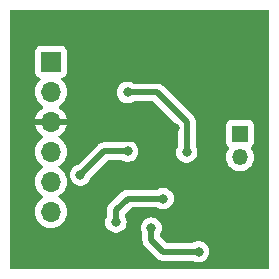
<source format=gbl>
%TF.GenerationSoftware,KiCad,Pcbnew,7.0.9*%
%TF.CreationDate,2024-04-03T22:09:18+09:00*%
%TF.ProjectId,max31855,6d617833-3138-4353-952e-6b696361645f,rev?*%
%TF.SameCoordinates,Original*%
%TF.FileFunction,Copper,L2,Bot*%
%TF.FilePolarity,Positive*%
%FSLAX46Y46*%
G04 Gerber Fmt 4.6, Leading zero omitted, Abs format (unit mm)*
G04 Created by KiCad (PCBNEW 7.0.9) date 2024-04-03 22:09:18*
%MOMM*%
%LPD*%
G01*
G04 APERTURE LIST*
%TA.AperFunction,ComponentPad*%
%ADD10R,1.350000X1.350000*%
%TD*%
%TA.AperFunction,ComponentPad*%
%ADD11O,1.350000X1.350000*%
%TD*%
%TA.AperFunction,ComponentPad*%
%ADD12R,1.700000X1.700000*%
%TD*%
%TA.AperFunction,ComponentPad*%
%ADD13O,1.700000X1.700000*%
%TD*%
%TA.AperFunction,ViaPad*%
%ADD14C,0.800000*%
%TD*%
%TA.AperFunction,Conductor*%
%ADD15C,0.500000*%
%TD*%
G04 APERTURE END LIST*
D10*
%TO.P,J2,1,Pin_1*%
%TO.N,Net-(J2-Pin_1)*%
X130000000Y-110500000D03*
D11*
%TO.P,J2,2,Pin_2*%
%TO.N,Net-(J2-Pin_2)*%
X130000000Y-112500000D03*
%TD*%
D12*
%TO.P,J1,1,Pin_1*%
%TO.N,+5V*%
X114000000Y-104420000D03*
D13*
%TO.P,J1,2,Pin_2*%
%TO.N,+3.3V*%
X114000000Y-106960000D03*
%TO.P,J1,3,Pin_3*%
%TO.N,GND*%
X114000000Y-109500000D03*
%TO.P,J1,4,Pin_4*%
%TO.N,Net-(J1-Pin_4)*%
X114000000Y-112040000D03*
%TO.P,J1,5,Pin_5*%
%TO.N,Net-(D1-K)*%
X114000000Y-114580000D03*
%TO.P,J1,6,Pin_6*%
%TO.N,Net-(D2-K)*%
X114000000Y-117120000D03*
%TD*%
D14*
%TO.N,GND*%
X124500000Y-110000000D03*
X117000000Y-111000000D03*
%TO.N,Net-(J1-Pin_4)*%
X120500000Y-112000000D03*
X116500000Y-114000000D03*
%TO.N,Net-(D1-A)*%
X119500000Y-118000000D03*
X123500000Y-116000000D03*
%TO.N,Net-(D2-A)*%
X122500000Y-118500000D03*
X126500000Y-120500000D03*
%TO.N,Net-(U1-T+)*%
X125500000Y-112074500D03*
X120483512Y-107016488D03*
%TD*%
D15*
%TO.N,GND*%
X123500000Y-111000000D02*
X117000000Y-111000000D01*
X124500000Y-110000000D02*
X123500000Y-111000000D01*
%TO.N,Net-(J1-Pin_4)*%
X118500000Y-112000000D02*
X120500000Y-112000000D01*
X116500000Y-114000000D02*
X118500000Y-112000000D01*
%TO.N,Net-(D1-A)*%
X120500000Y-116000000D02*
X119500000Y-117000000D01*
X119500000Y-117000000D02*
X119500000Y-118000000D01*
X123500000Y-116000000D02*
X120500000Y-116000000D01*
%TO.N,Net-(D2-A)*%
X122500000Y-119500000D02*
X122500000Y-118500000D01*
X123500000Y-120500000D02*
X122500000Y-119500000D01*
X126500000Y-120500000D02*
X123500000Y-120500000D01*
%TO.N,Net-(U1-T+)*%
X125500000Y-109500000D02*
X125500000Y-112074500D01*
X123016488Y-107016488D02*
X125500000Y-109500000D01*
X120483512Y-107016488D02*
X123016488Y-107016488D01*
%TD*%
%TA.AperFunction,Conductor*%
%TO.N,GND*%
G36*
X132442539Y-100020185D02*
G01*
X132488294Y-100072989D01*
X132499500Y-100124500D01*
X132499500Y-121875500D01*
X132479815Y-121942539D01*
X132427011Y-121988294D01*
X132375500Y-121999500D01*
X110624500Y-121999500D01*
X110557461Y-121979815D01*
X110511706Y-121927011D01*
X110500500Y-121875500D01*
X110500500Y-117120000D01*
X112644341Y-117120000D01*
X112664936Y-117355403D01*
X112664938Y-117355413D01*
X112726094Y-117583655D01*
X112726096Y-117583659D01*
X112726097Y-117583663D01*
X112825965Y-117797830D01*
X112825967Y-117797834D01*
X112846468Y-117827112D01*
X112961505Y-117991401D01*
X113128599Y-118158495D01*
X113225384Y-118226265D01*
X113322165Y-118294032D01*
X113322167Y-118294033D01*
X113322170Y-118294035D01*
X113536337Y-118393903D01*
X113764592Y-118455063D01*
X113952918Y-118471539D01*
X113999999Y-118475659D01*
X114000000Y-118475659D01*
X114000001Y-118475659D01*
X114039234Y-118472226D01*
X114235408Y-118455063D01*
X114463663Y-118393903D01*
X114677830Y-118294035D01*
X114871401Y-118158495D01*
X115029896Y-118000000D01*
X118594540Y-118000000D01*
X118614326Y-118188256D01*
X118614327Y-118188259D01*
X118672818Y-118368277D01*
X118672821Y-118368284D01*
X118767467Y-118532216D01*
X118894129Y-118672888D01*
X119047265Y-118784148D01*
X119047270Y-118784151D01*
X119220192Y-118861142D01*
X119220197Y-118861144D01*
X119405354Y-118900500D01*
X119405355Y-118900500D01*
X119594644Y-118900500D01*
X119594646Y-118900500D01*
X119779803Y-118861144D01*
X119952730Y-118784151D01*
X120105871Y-118672888D01*
X120232533Y-118532216D01*
X120251133Y-118500000D01*
X121594540Y-118500000D01*
X121614326Y-118688256D01*
X121614327Y-118688259D01*
X121672818Y-118868277D01*
X121672821Y-118868284D01*
X121732887Y-118972321D01*
X121749500Y-119034321D01*
X121749500Y-119436294D01*
X121748191Y-119454263D01*
X121744710Y-119478025D01*
X121749264Y-119530064D01*
X121749500Y-119535470D01*
X121749500Y-119543709D01*
X121753306Y-119576274D01*
X121760000Y-119652791D01*
X121761461Y-119659867D01*
X121761403Y-119659878D01*
X121763034Y-119667237D01*
X121763092Y-119667224D01*
X121764757Y-119674250D01*
X121791025Y-119746424D01*
X121815185Y-119819331D01*
X121818236Y-119825874D01*
X121818182Y-119825898D01*
X121821470Y-119832688D01*
X121821521Y-119832663D01*
X121824761Y-119839113D01*
X121824762Y-119839114D01*
X121824763Y-119839117D01*
X121866965Y-119903283D01*
X121907287Y-119968655D01*
X121911766Y-119974319D01*
X121911719Y-119974355D01*
X121916483Y-119980202D01*
X121916529Y-119980164D01*
X121921167Y-119985692D01*
X121921170Y-119985696D01*
X121921173Y-119985698D01*
X121921174Y-119985700D01*
X121977019Y-120038386D01*
X122924269Y-120985637D01*
X122936049Y-120999268D01*
X122950389Y-121018530D01*
X122950391Y-121018532D01*
X122990409Y-121052110D01*
X122994399Y-121055766D01*
X123000227Y-121061594D01*
X123025947Y-121081931D01*
X123084788Y-121131304D01*
X123090818Y-121135270D01*
X123090785Y-121135319D01*
X123097143Y-121139369D01*
X123097175Y-121139319D01*
X123103320Y-121143109D01*
X123103323Y-121143111D01*
X123172936Y-121175572D01*
X123241567Y-121210040D01*
X123241572Y-121210041D01*
X123248361Y-121212513D01*
X123248340Y-121212570D01*
X123255455Y-121215043D01*
X123255475Y-121214986D01*
X123262330Y-121217258D01*
X123337558Y-121232790D01*
X123412279Y-121250500D01*
X123412289Y-121250500D01*
X123419452Y-121251338D01*
X123419444Y-121251397D01*
X123426945Y-121252164D01*
X123426951Y-121252105D01*
X123434140Y-121252734D01*
X123434144Y-121252733D01*
X123434145Y-121252734D01*
X123510918Y-121250500D01*
X125960663Y-121250500D01*
X126027702Y-121270185D01*
X126033548Y-121274182D01*
X126047265Y-121284148D01*
X126047270Y-121284151D01*
X126220192Y-121361142D01*
X126220197Y-121361144D01*
X126405354Y-121400500D01*
X126405355Y-121400500D01*
X126594644Y-121400500D01*
X126594646Y-121400500D01*
X126779803Y-121361144D01*
X126952730Y-121284151D01*
X127105871Y-121172888D01*
X127232533Y-121032216D01*
X127327179Y-120868284D01*
X127385674Y-120688256D01*
X127405460Y-120500000D01*
X127385674Y-120311744D01*
X127327179Y-120131716D01*
X127232533Y-119967784D01*
X127105871Y-119827112D01*
X127104167Y-119825874D01*
X126952734Y-119715851D01*
X126952729Y-119715848D01*
X126779807Y-119638857D01*
X126779802Y-119638855D01*
X126634001Y-119607865D01*
X126594646Y-119599500D01*
X126405354Y-119599500D01*
X126372897Y-119606398D01*
X126220197Y-119638855D01*
X126220192Y-119638857D01*
X126047270Y-119715848D01*
X126047265Y-119715851D01*
X126033548Y-119725818D01*
X125967742Y-119749298D01*
X125960663Y-119749500D01*
X123862229Y-119749500D01*
X123795190Y-119729815D01*
X123774548Y-119713181D01*
X123286819Y-119225451D01*
X123253334Y-119164128D01*
X123250500Y-119137770D01*
X123250500Y-119034321D01*
X123267113Y-118972321D01*
X123327179Y-118868284D01*
X123385674Y-118688256D01*
X123405460Y-118500000D01*
X123385674Y-118311744D01*
X123327179Y-118131716D01*
X123232533Y-117967784D01*
X123105871Y-117827112D01*
X123084719Y-117811744D01*
X122952734Y-117715851D01*
X122952729Y-117715848D01*
X122779807Y-117638857D01*
X122779802Y-117638855D01*
X122634001Y-117607865D01*
X122594646Y-117599500D01*
X122405354Y-117599500D01*
X122372897Y-117606398D01*
X122220197Y-117638855D01*
X122220192Y-117638857D01*
X122047270Y-117715848D01*
X122047265Y-117715851D01*
X121894129Y-117827111D01*
X121767466Y-117967785D01*
X121672821Y-118131715D01*
X121672818Y-118131722D01*
X121620081Y-118294032D01*
X121614326Y-118311744D01*
X121594540Y-118500000D01*
X120251133Y-118500000D01*
X120327179Y-118368284D01*
X120385674Y-118188256D01*
X120405460Y-118000000D01*
X120385674Y-117811744D01*
X120327179Y-117631716D01*
X120308579Y-117599500D01*
X120267113Y-117527677D01*
X120250500Y-117465677D01*
X120250500Y-117362229D01*
X120270185Y-117295190D01*
X120286819Y-117274548D01*
X120774548Y-116786819D01*
X120835871Y-116753334D01*
X120862229Y-116750500D01*
X122960663Y-116750500D01*
X123027702Y-116770185D01*
X123033548Y-116774182D01*
X123047265Y-116784148D01*
X123047270Y-116784151D01*
X123220192Y-116861142D01*
X123220197Y-116861144D01*
X123405354Y-116900500D01*
X123405355Y-116900500D01*
X123594644Y-116900500D01*
X123594646Y-116900500D01*
X123779803Y-116861144D01*
X123952730Y-116784151D01*
X124105871Y-116672888D01*
X124232533Y-116532216D01*
X124327179Y-116368284D01*
X124385674Y-116188256D01*
X124405460Y-116000000D01*
X124385674Y-115811744D01*
X124327179Y-115631716D01*
X124232533Y-115467784D01*
X124105871Y-115327112D01*
X124105870Y-115327111D01*
X123952734Y-115215851D01*
X123952729Y-115215848D01*
X123779807Y-115138857D01*
X123779802Y-115138855D01*
X123634001Y-115107865D01*
X123594646Y-115099500D01*
X123405354Y-115099500D01*
X123372897Y-115106398D01*
X123220197Y-115138855D01*
X123220192Y-115138857D01*
X123047270Y-115215848D01*
X123047265Y-115215851D01*
X123033548Y-115225818D01*
X122967742Y-115249298D01*
X122960663Y-115249500D01*
X120563705Y-115249500D01*
X120545735Y-115248191D01*
X120521972Y-115244710D01*
X120476533Y-115248686D01*
X120469931Y-115249264D01*
X120464530Y-115249500D01*
X120456289Y-115249500D01*
X120434579Y-115252037D01*
X120423724Y-115253306D01*
X120408419Y-115254645D01*
X120347199Y-115260001D01*
X120340132Y-115261460D01*
X120340120Y-115261404D01*
X120332763Y-115263035D01*
X120332777Y-115263092D01*
X120325743Y-115264759D01*
X120253575Y-115291025D01*
X120180675Y-115315181D01*
X120174126Y-115318236D01*
X120174101Y-115318183D01*
X120167308Y-115321471D01*
X120167334Y-115321523D01*
X120160880Y-115324764D01*
X120096708Y-115366971D01*
X120031347Y-115407285D01*
X120025683Y-115411765D01*
X120025647Y-115411719D01*
X120019798Y-115416484D01*
X120019835Y-115416528D01*
X120014310Y-115421164D01*
X119961598Y-115477034D01*
X119014358Y-116424272D01*
X119000729Y-116436051D01*
X118981468Y-116450390D01*
X118947898Y-116490397D01*
X118944253Y-116494376D01*
X118938409Y-116500222D01*
X118918059Y-116525959D01*
X118868695Y-116584789D01*
X118864729Y-116590819D01*
X118864682Y-116590788D01*
X118860630Y-116597147D01*
X118860679Y-116597177D01*
X118856889Y-116603321D01*
X118824424Y-116672941D01*
X118789960Y-116741566D01*
X118787488Y-116748357D01*
X118787432Y-116748336D01*
X118784960Y-116755450D01*
X118785015Y-116755469D01*
X118782742Y-116762327D01*
X118774975Y-116799946D01*
X118767207Y-116837565D01*
X118761619Y-116861144D01*
X118749498Y-116912286D01*
X118748661Y-116919454D01*
X118748601Y-116919447D01*
X118747835Y-116926945D01*
X118747895Y-116926951D01*
X118747265Y-116934140D01*
X118749500Y-117010916D01*
X118749500Y-117465677D01*
X118732887Y-117527677D01*
X118672821Y-117631714D01*
X118614327Y-117811740D01*
X118614326Y-117811744D01*
X118594540Y-118000000D01*
X115029896Y-118000000D01*
X115038495Y-117991401D01*
X115174035Y-117797830D01*
X115273903Y-117583663D01*
X115335063Y-117355408D01*
X115355659Y-117120000D01*
X115335063Y-116884592D01*
X115273903Y-116656337D01*
X115174035Y-116442171D01*
X115165975Y-116430659D01*
X115038494Y-116248597D01*
X114871402Y-116081506D01*
X114871396Y-116081501D01*
X114685842Y-115951575D01*
X114642217Y-115896998D01*
X114635023Y-115827500D01*
X114666546Y-115765145D01*
X114685842Y-115748425D01*
X114708026Y-115732891D01*
X114871401Y-115618495D01*
X115038495Y-115451401D01*
X115174035Y-115257830D01*
X115273903Y-115043663D01*
X115335063Y-114815408D01*
X115355659Y-114580000D01*
X115335063Y-114344592D01*
X115273903Y-114116337D01*
X115219654Y-114000000D01*
X115594540Y-114000000D01*
X115614326Y-114188256D01*
X115614327Y-114188259D01*
X115672818Y-114368277D01*
X115672821Y-114368284D01*
X115767467Y-114532216D01*
X115894129Y-114672888D01*
X116047265Y-114784148D01*
X116047270Y-114784151D01*
X116220192Y-114861142D01*
X116220197Y-114861144D01*
X116405354Y-114900500D01*
X116405355Y-114900500D01*
X116594644Y-114900500D01*
X116594646Y-114900500D01*
X116779803Y-114861144D01*
X116952730Y-114784151D01*
X117105871Y-114672888D01*
X117232533Y-114532216D01*
X117327179Y-114368284D01*
X117382522Y-114197955D01*
X117412769Y-114148597D01*
X118774548Y-112786819D01*
X118835871Y-112753334D01*
X118862229Y-112750500D01*
X119960663Y-112750500D01*
X120027702Y-112770185D01*
X120033548Y-112774182D01*
X120047265Y-112784148D01*
X120047270Y-112784151D01*
X120220192Y-112861142D01*
X120220197Y-112861144D01*
X120405354Y-112900500D01*
X120405355Y-112900500D01*
X120594644Y-112900500D01*
X120594646Y-112900500D01*
X120779803Y-112861144D01*
X120952730Y-112784151D01*
X121105871Y-112672888D01*
X121232533Y-112532216D01*
X121327179Y-112368284D01*
X121385674Y-112188256D01*
X121405460Y-112000000D01*
X121385674Y-111811744D01*
X121327179Y-111631716D01*
X121232533Y-111467784D01*
X121105871Y-111327112D01*
X121102638Y-111324763D01*
X120952734Y-111215851D01*
X120952729Y-111215848D01*
X120779807Y-111138857D01*
X120779802Y-111138855D01*
X120634001Y-111107865D01*
X120594646Y-111099500D01*
X120405354Y-111099500D01*
X120372897Y-111106398D01*
X120220197Y-111138855D01*
X120220192Y-111138857D01*
X120047270Y-111215848D01*
X120047265Y-111215851D01*
X120033548Y-111225818D01*
X119967742Y-111249298D01*
X119960663Y-111249500D01*
X118563705Y-111249500D01*
X118545735Y-111248191D01*
X118521972Y-111244710D01*
X118476890Y-111248655D01*
X118469933Y-111249264D01*
X118464532Y-111249500D01*
X118456287Y-111249500D01*
X118430222Y-111252546D01*
X118423705Y-111253308D01*
X118418403Y-111253771D01*
X118347201Y-111260001D01*
X118340134Y-111261461D01*
X118340122Y-111261404D01*
X118332753Y-111263038D01*
X118332767Y-111263095D01*
X118325739Y-111264760D01*
X118270536Y-111284852D01*
X118253563Y-111291030D01*
X118180666Y-111315186D01*
X118180664Y-111315186D01*
X118180661Y-111315188D01*
X118174122Y-111318237D01*
X118174097Y-111318185D01*
X118167308Y-111321471D01*
X118167334Y-111321522D01*
X118160884Y-111324761D01*
X118096716Y-111366964D01*
X118031347Y-111407285D01*
X118025677Y-111411769D01*
X118025641Y-111411723D01*
X118019798Y-111416484D01*
X118019835Y-111416528D01*
X118014310Y-111421164D01*
X117961614Y-111477017D01*
X116347228Y-113091402D01*
X116285905Y-113124887D01*
X116285329Y-113125011D01*
X116220196Y-113138856D01*
X116220192Y-113138857D01*
X116047270Y-113215848D01*
X116047265Y-113215851D01*
X115894129Y-113327111D01*
X115767466Y-113467785D01*
X115672821Y-113631715D01*
X115672818Y-113631722D01*
X115614327Y-113811740D01*
X115614326Y-113811744D01*
X115594540Y-114000000D01*
X115219654Y-114000000D01*
X115174035Y-113902171D01*
X115038495Y-113708599D01*
X115038494Y-113708597D01*
X114871402Y-113541506D01*
X114871396Y-113541501D01*
X114685842Y-113411575D01*
X114642217Y-113356998D01*
X114635023Y-113287500D01*
X114666546Y-113225145D01*
X114685842Y-113208425D01*
X114785195Y-113138857D01*
X114871401Y-113078495D01*
X115038495Y-112911401D01*
X115174035Y-112717830D01*
X115273903Y-112503663D01*
X115335063Y-112275408D01*
X115355659Y-112040000D01*
X115335063Y-111804592D01*
X115273903Y-111576337D01*
X115174035Y-111362171D01*
X115147841Y-111324761D01*
X115038494Y-111168597D01*
X114871402Y-111001506D01*
X114871401Y-111001505D01*
X114685405Y-110871269D01*
X114641781Y-110816692D01*
X114634588Y-110747193D01*
X114666110Y-110684839D01*
X114685405Y-110668119D01*
X114871082Y-110538105D01*
X115038105Y-110371082D01*
X115173600Y-110177578D01*
X115273429Y-109963492D01*
X115273432Y-109963486D01*
X115330636Y-109750000D01*
X114433686Y-109750000D01*
X114459493Y-109709844D01*
X114500000Y-109571889D01*
X114500000Y-109428111D01*
X114459493Y-109290156D01*
X114433686Y-109250000D01*
X115330636Y-109250000D01*
X115330635Y-109249999D01*
X115273432Y-109036513D01*
X115273429Y-109036507D01*
X115173600Y-108822422D01*
X115173599Y-108822420D01*
X115038113Y-108628926D01*
X115038108Y-108628920D01*
X114871078Y-108461890D01*
X114685405Y-108331879D01*
X114641780Y-108277302D01*
X114634588Y-108207804D01*
X114666110Y-108145449D01*
X114685406Y-108128730D01*
X114871401Y-107998495D01*
X115038495Y-107831401D01*
X115174035Y-107637830D01*
X115273903Y-107423663D01*
X115335063Y-107195408D01*
X115350717Y-107016488D01*
X119578052Y-107016488D01*
X119597838Y-107204744D01*
X119597839Y-107204747D01*
X119656330Y-107384765D01*
X119656333Y-107384772D01*
X119750979Y-107548704D01*
X119877641Y-107689376D01*
X120030777Y-107800636D01*
X120030782Y-107800639D01*
X120203704Y-107877630D01*
X120203709Y-107877632D01*
X120388866Y-107916988D01*
X120388867Y-107916988D01*
X120578156Y-107916988D01*
X120578158Y-107916988D01*
X120763315Y-107877632D01*
X120936242Y-107800639D01*
X120938288Y-107799152D01*
X120949964Y-107790670D01*
X121015770Y-107767190D01*
X121022849Y-107766988D01*
X122654258Y-107766988D01*
X122721297Y-107786673D01*
X122741939Y-107803307D01*
X124713181Y-109774548D01*
X124746666Y-109835871D01*
X124749500Y-109862229D01*
X124749500Y-111540177D01*
X124732887Y-111602177D01*
X124672821Y-111706214D01*
X124616833Y-111878527D01*
X124614326Y-111886244D01*
X124594540Y-112074500D01*
X124614326Y-112262756D01*
X124614327Y-112262759D01*
X124672818Y-112442777D01*
X124672821Y-112442784D01*
X124767467Y-112606716D01*
X124894129Y-112747388D01*
X125047265Y-112858648D01*
X125047270Y-112858651D01*
X125220192Y-112935642D01*
X125220197Y-112935644D01*
X125405354Y-112975000D01*
X125405355Y-112975000D01*
X125594644Y-112975000D01*
X125594646Y-112975000D01*
X125779803Y-112935644D01*
X125952730Y-112858651D01*
X126105871Y-112747388D01*
X126232533Y-112606716D01*
X126294145Y-112500000D01*
X128819464Y-112500000D01*
X128839564Y-112716918D01*
X128839564Y-112716920D01*
X128839565Y-112716923D01*
X128891797Y-112900500D01*
X128899184Y-112926462D01*
X128974887Y-113078493D01*
X128996288Y-113121472D01*
X129127573Y-113295322D01*
X129288568Y-113442088D01*
X129288575Y-113442092D01*
X129288576Y-113442093D01*
X129473786Y-113556770D01*
X129473792Y-113556773D01*
X129496664Y-113565633D01*
X129676931Y-113635470D01*
X129891074Y-113675500D01*
X129891076Y-113675500D01*
X130108924Y-113675500D01*
X130108926Y-113675500D01*
X130323069Y-113635470D01*
X130526210Y-113556772D01*
X130711432Y-113442088D01*
X130872427Y-113295322D01*
X131003712Y-113121472D01*
X131100817Y-112926459D01*
X131160435Y-112716923D01*
X131180536Y-112500000D01*
X131160435Y-112283077D01*
X131100817Y-112073541D01*
X131003712Y-111878528D01*
X130922251Y-111770656D01*
X130897560Y-111705297D01*
X130912125Y-111636962D01*
X130946895Y-111596665D01*
X131022352Y-111540177D01*
X131032546Y-111532546D01*
X131118796Y-111417331D01*
X131169091Y-111282483D01*
X131175500Y-111222873D01*
X131175499Y-109777128D01*
X131169091Y-109717517D01*
X131166229Y-109709844D01*
X131118797Y-109582671D01*
X131118793Y-109582664D01*
X131032547Y-109467455D01*
X131032544Y-109467452D01*
X130917335Y-109381206D01*
X130917328Y-109381202D01*
X130782482Y-109330908D01*
X130782483Y-109330908D01*
X130722883Y-109324501D01*
X130722881Y-109324500D01*
X130722873Y-109324500D01*
X130722864Y-109324500D01*
X129277129Y-109324500D01*
X129277123Y-109324501D01*
X129217516Y-109330908D01*
X129082671Y-109381202D01*
X129082664Y-109381206D01*
X128967455Y-109467452D01*
X128967452Y-109467455D01*
X128881206Y-109582664D01*
X128881202Y-109582671D01*
X128830908Y-109717517D01*
X128824777Y-109774548D01*
X128824501Y-109777123D01*
X128824500Y-109777135D01*
X128824500Y-111222870D01*
X128824501Y-111222876D01*
X128830908Y-111282483D01*
X128881202Y-111417328D01*
X128881206Y-111417335D01*
X128925885Y-111477017D01*
X128967454Y-111532546D01*
X129053105Y-111596664D01*
X129094975Y-111652597D01*
X129099959Y-111722289D01*
X129077748Y-111770656D01*
X128996288Y-111878528D01*
X128899184Y-112073537D01*
X128899183Y-112073541D01*
X128841749Y-112275403D01*
X128839564Y-112283081D01*
X128819464Y-112499999D01*
X128819464Y-112500000D01*
X126294145Y-112500000D01*
X126327179Y-112442784D01*
X126385674Y-112262756D01*
X126405460Y-112074500D01*
X126385674Y-111886244D01*
X126327179Y-111706216D01*
X126327178Y-111706214D01*
X126267113Y-111602177D01*
X126250500Y-111540177D01*
X126250500Y-109563705D01*
X126251809Y-109545735D01*
X126255289Y-109521974D01*
X126250736Y-109469939D01*
X126250500Y-109464532D01*
X126250500Y-109456297D01*
X126250500Y-109456291D01*
X126246691Y-109423707D01*
X126239998Y-109347202D01*
X126239996Y-109347197D01*
X126238538Y-109340133D01*
X126238597Y-109340120D01*
X126236967Y-109332764D01*
X126236908Y-109332779D01*
X126235242Y-109325753D01*
X126235241Y-109325745D01*
X126208973Y-109253573D01*
X126207789Y-109249999D01*
X126184815Y-109180666D01*
X126181763Y-109174121D01*
X126181817Y-109174095D01*
X126178533Y-109167312D01*
X126178480Y-109167340D01*
X126175238Y-109160886D01*
X126175237Y-109160883D01*
X126133038Y-109096723D01*
X126092712Y-109031344D01*
X126092711Y-109031343D01*
X126092710Y-109031341D01*
X126088234Y-109025681D01*
X126088280Y-109025643D01*
X126083519Y-109019799D01*
X126083474Y-109019838D01*
X126078834Y-109014308D01*
X126022982Y-108961613D01*
X123592217Y-106530849D01*
X123580437Y-106517218D01*
X123572970Y-106507189D01*
X123566100Y-106497960D01*
X123566098Y-106497958D01*
X123526075Y-106464374D01*
X123522100Y-106460732D01*
X123519178Y-106457810D01*
X123516268Y-106454899D01*
X123490528Y-106434547D01*
X123431697Y-106385182D01*
X123425668Y-106381217D01*
X123425700Y-106381168D01*
X123419341Y-106377116D01*
X123419310Y-106377167D01*
X123413168Y-106373379D01*
X123413166Y-106373378D01*
X123413165Y-106373377D01*
X123373962Y-106355096D01*
X123343546Y-106340912D01*
X123309382Y-106323755D01*
X123274921Y-106306448D01*
X123274919Y-106306447D01*
X123274918Y-106306447D01*
X123268133Y-106303977D01*
X123268153Y-106303921D01*
X123261037Y-106301447D01*
X123261019Y-106301503D01*
X123254159Y-106299230D01*
X123226329Y-106293484D01*
X123178922Y-106283695D01*
X123129960Y-106272091D01*
X123104207Y-106265987D01*
X123097035Y-106265149D01*
X123097041Y-106265089D01*
X123089543Y-106264323D01*
X123089538Y-106264383D01*
X123082348Y-106263753D01*
X123005571Y-106265988D01*
X121022849Y-106265988D01*
X120955810Y-106246303D01*
X120949964Y-106242306D01*
X120936246Y-106232339D01*
X120936241Y-106232336D01*
X120763319Y-106155345D01*
X120763314Y-106155343D01*
X120617513Y-106124353D01*
X120578158Y-106115988D01*
X120388866Y-106115988D01*
X120356409Y-106122886D01*
X120203709Y-106155343D01*
X120203704Y-106155345D01*
X120030782Y-106232336D01*
X120030777Y-106232339D01*
X119877641Y-106343599D01*
X119750978Y-106484273D01*
X119656333Y-106648203D01*
X119656330Y-106648210D01*
X119597839Y-106828228D01*
X119597838Y-106828232D01*
X119578052Y-107016488D01*
X115350717Y-107016488D01*
X115355659Y-106960000D01*
X115335063Y-106724592D01*
X115283150Y-106530849D01*
X115273905Y-106496344D01*
X115273904Y-106496343D01*
X115273903Y-106496337D01*
X115174035Y-106282171D01*
X115162116Y-106265149D01*
X115038496Y-106088600D01*
X115038495Y-106088599D01*
X114916567Y-105966671D01*
X114883084Y-105905351D01*
X114888068Y-105835659D01*
X114929939Y-105779725D01*
X114960915Y-105762810D01*
X115092331Y-105713796D01*
X115207546Y-105627546D01*
X115293796Y-105512331D01*
X115344091Y-105377483D01*
X115350500Y-105317873D01*
X115350499Y-103522128D01*
X115344091Y-103462517D01*
X115293796Y-103327669D01*
X115293795Y-103327668D01*
X115293793Y-103327664D01*
X115207547Y-103212455D01*
X115207544Y-103212452D01*
X115092335Y-103126206D01*
X115092328Y-103126202D01*
X114957482Y-103075908D01*
X114957483Y-103075908D01*
X114897883Y-103069501D01*
X114897881Y-103069500D01*
X114897873Y-103069500D01*
X114897864Y-103069500D01*
X113102129Y-103069500D01*
X113102123Y-103069501D01*
X113042516Y-103075908D01*
X112907671Y-103126202D01*
X112907664Y-103126206D01*
X112792455Y-103212452D01*
X112792452Y-103212455D01*
X112706206Y-103327664D01*
X112706202Y-103327671D01*
X112655908Y-103462517D01*
X112649501Y-103522116D01*
X112649501Y-103522123D01*
X112649500Y-103522135D01*
X112649500Y-105317870D01*
X112649501Y-105317876D01*
X112655908Y-105377483D01*
X112706202Y-105512328D01*
X112706206Y-105512335D01*
X112792452Y-105627544D01*
X112792455Y-105627547D01*
X112907664Y-105713793D01*
X112907671Y-105713797D01*
X113039081Y-105762810D01*
X113095015Y-105804681D01*
X113119432Y-105870145D01*
X113104580Y-105938418D01*
X113083430Y-105966673D01*
X112961503Y-106088600D01*
X112825965Y-106282169D01*
X112825964Y-106282171D01*
X112726098Y-106496335D01*
X112726094Y-106496344D01*
X112664938Y-106724586D01*
X112664936Y-106724596D01*
X112644341Y-106959999D01*
X112644341Y-106960000D01*
X112664936Y-107195403D01*
X112664938Y-107195413D01*
X112726094Y-107423655D01*
X112726096Y-107423659D01*
X112726097Y-107423663D01*
X112784404Y-107548702D01*
X112825965Y-107637830D01*
X112825967Y-107637834D01*
X112961501Y-107831395D01*
X112961506Y-107831402D01*
X113128597Y-107998493D01*
X113128603Y-107998498D01*
X113314594Y-108128730D01*
X113358219Y-108183307D01*
X113365413Y-108252805D01*
X113333890Y-108315160D01*
X113314595Y-108331880D01*
X113128922Y-108461890D01*
X113128920Y-108461891D01*
X112961891Y-108628920D01*
X112961886Y-108628926D01*
X112826400Y-108822420D01*
X112826399Y-108822422D01*
X112726570Y-109036507D01*
X112726567Y-109036513D01*
X112669364Y-109249999D01*
X112669364Y-109250000D01*
X113566314Y-109250000D01*
X113540507Y-109290156D01*
X113500000Y-109428111D01*
X113500000Y-109571889D01*
X113540507Y-109709844D01*
X113566314Y-109750000D01*
X112669364Y-109750000D01*
X112726567Y-109963486D01*
X112726570Y-109963492D01*
X112826399Y-110177578D01*
X112961894Y-110371082D01*
X113128917Y-110538105D01*
X113314595Y-110668119D01*
X113358219Y-110722696D01*
X113365412Y-110792195D01*
X113333890Y-110854549D01*
X113314595Y-110871269D01*
X113128594Y-111001508D01*
X112961505Y-111168597D01*
X112825965Y-111362169D01*
X112825964Y-111362171D01*
X112726098Y-111576335D01*
X112726094Y-111576344D01*
X112664938Y-111804586D01*
X112664936Y-111804596D01*
X112644341Y-112039999D01*
X112644341Y-112040000D01*
X112664936Y-112275403D01*
X112664938Y-112275413D01*
X112726094Y-112503655D01*
X112726096Y-112503659D01*
X112726097Y-112503663D01*
X112739411Y-112532214D01*
X112825965Y-112717830D01*
X112825967Y-112717834D01*
X112961501Y-112911395D01*
X112961506Y-112911402D01*
X113128597Y-113078493D01*
X113128603Y-113078498D01*
X113314158Y-113208425D01*
X113357783Y-113263002D01*
X113364977Y-113332500D01*
X113333454Y-113394855D01*
X113314158Y-113411575D01*
X113128597Y-113541505D01*
X112961505Y-113708597D01*
X112825965Y-113902169D01*
X112825964Y-113902171D01*
X112726098Y-114116335D01*
X112726094Y-114116344D01*
X112664938Y-114344586D01*
X112664936Y-114344596D01*
X112644341Y-114579999D01*
X112644341Y-114580000D01*
X112664936Y-114815403D01*
X112664938Y-114815413D01*
X112726094Y-115043655D01*
X112726096Y-115043659D01*
X112726097Y-115043663D01*
X112821470Y-115248191D01*
X112825965Y-115257830D01*
X112825967Y-115257834D01*
X112961501Y-115451395D01*
X112961506Y-115451402D01*
X113128597Y-115618493D01*
X113128603Y-115618498D01*
X113314158Y-115748425D01*
X113357783Y-115803002D01*
X113364977Y-115872500D01*
X113333454Y-115934855D01*
X113314158Y-115951575D01*
X113128597Y-116081505D01*
X112961505Y-116248597D01*
X112825965Y-116442169D01*
X112825964Y-116442171D01*
X112726098Y-116656335D01*
X112726094Y-116656344D01*
X112664938Y-116884586D01*
X112664936Y-116884596D01*
X112644341Y-117119999D01*
X112644341Y-117120000D01*
X110500500Y-117120000D01*
X110500500Y-100124500D01*
X110520185Y-100057461D01*
X110572989Y-100011706D01*
X110624500Y-100000500D01*
X132375500Y-100000500D01*
X132442539Y-100020185D01*
G37*
%TD.AperFunction*%
%TD*%
M02*

</source>
